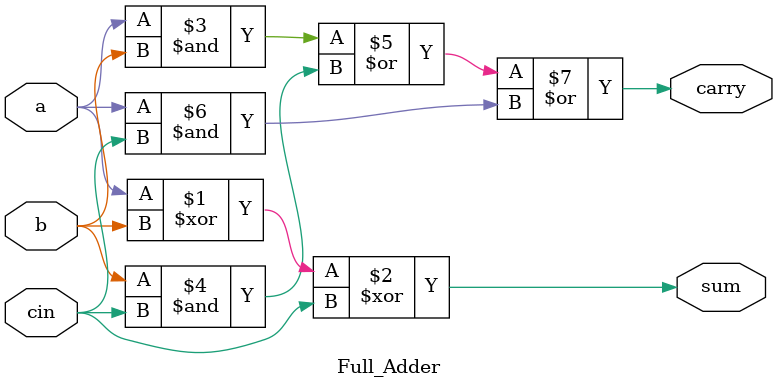
<source format=v>
module Full_Adder														 ( 
    input  wire a, b, cin,   // Inputs 
    output wire sum, carry   // Outputs 
); 
 
    // Logic equations 
    assign sum   = a ^ b ^ cin;                  // XOR for sum 
    assign carry = (a & b) | (b & cin) | (a & cin); // Majority function for carry 
 
endmodule 
</source>
